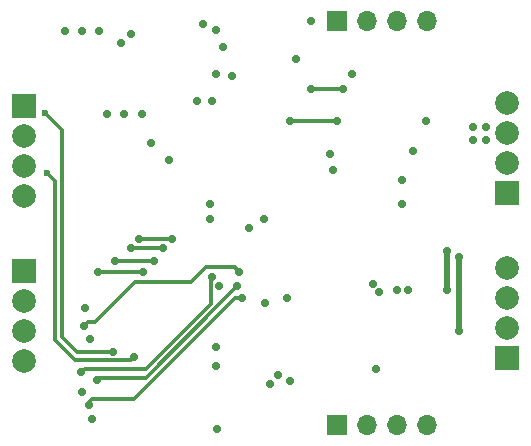
<source format=gbl>
%TF.GenerationSoftware,KiCad,Pcbnew,8.0.3-8.0.3-0~ubuntu22.04.1*%
%TF.CreationDate,2024-06-18T13:07:19+03:00*%
%TF.ProjectId,DoserDriver,446f7365-7244-4726-9976-65722e6b6963,rev?*%
%TF.SameCoordinates,Original*%
%TF.FileFunction,Copper,L4,Bot*%
%TF.FilePolarity,Positive*%
%FSLAX46Y46*%
G04 Gerber Fmt 4.6, Leading zero omitted, Abs format (unit mm)*
G04 Created by KiCad (PCBNEW 8.0.3-8.0.3-0~ubuntu22.04.1) date 2024-06-18 13:07:19*
%MOMM*%
%LPD*%
G01*
G04 APERTURE LIST*
%TA.AperFunction,ComponentPad*%
%ADD10R,2.000000X2.000000*%
%TD*%
%TA.AperFunction,ComponentPad*%
%ADD11C,2.000000*%
%TD*%
%TA.AperFunction,ComponentPad*%
%ADD12R,1.700000X1.700000*%
%TD*%
%TA.AperFunction,ComponentPad*%
%ADD13O,1.700000X1.700000*%
%TD*%
%TA.AperFunction,ViaPad*%
%ADD14C,0.700000*%
%TD*%
%TA.AperFunction,ViaPad*%
%ADD15C,0.600000*%
%TD*%
%TA.AperFunction,Conductor*%
%ADD16C,0.300000*%
%TD*%
%TA.AperFunction,Conductor*%
%ADD17C,0.500000*%
%TD*%
G04 APERTURE END LIST*
D10*
X93850000Y-47810000D03*
D11*
X93850000Y-45270000D03*
X93850000Y-42730000D03*
X93850000Y-40190000D03*
D10*
X93850000Y-61790000D03*
D11*
X93850000Y-59250000D03*
X93850000Y-56710000D03*
X93850000Y-54170000D03*
D10*
X53000000Y-54460000D03*
D11*
X53000000Y-57000000D03*
X53000000Y-59540000D03*
X53000000Y-62080000D03*
D12*
X79450000Y-67500000D03*
D13*
X81990000Y-67500000D03*
X84530000Y-67500000D03*
X87070000Y-67500000D03*
D10*
X53000000Y-40440000D03*
D11*
X53000000Y-42980000D03*
X53000000Y-45520000D03*
X53000000Y-48060000D03*
D12*
X79420000Y-33250000D03*
D13*
X81960000Y-33250000D03*
X84500000Y-33250000D03*
X87040000Y-33250000D03*
D14*
X59950000Y-41100000D03*
X82750000Y-62750000D03*
X61450000Y-41100000D03*
X82500000Y-55500000D03*
X76000000Y-36500000D03*
X74500000Y-63250000D03*
X77250000Y-33250000D03*
X68750000Y-48750000D03*
X92100000Y-42200000D03*
X87000000Y-41750000D03*
X73400000Y-57100000D03*
X69300000Y-67800000D03*
X73750000Y-64000000D03*
X69250000Y-62500000D03*
X69200000Y-60900000D03*
X85500000Y-56000000D03*
X75250000Y-56750000D03*
X91000000Y-43300000D03*
X61200000Y-35100000D03*
X62000000Y-34400000D03*
X69500000Y-55700000D03*
X58579949Y-60150000D03*
X69250000Y-37790000D03*
X62950000Y-41100000D03*
X85000000Y-46750000D03*
X69787500Y-35500000D03*
X58750000Y-67000000D03*
X84500000Y-56000000D03*
X79100000Y-45900000D03*
X91000000Y-42200000D03*
X85900000Y-44300000D03*
X80750000Y-37750000D03*
X75500000Y-63750000D03*
X72000000Y-50750000D03*
X63700000Y-43600000D03*
X83000000Y-56250000D03*
X68900000Y-40000000D03*
X92100000Y-43300000D03*
X58100000Y-57600000D03*
X56468750Y-34100000D03*
X68750000Y-50000000D03*
X69200000Y-34000000D03*
X57868750Y-34100000D03*
X78900000Y-44500000D03*
X73250000Y-50000000D03*
X67600000Y-40000000D03*
X85000000Y-48750000D03*
X59268750Y-34100000D03*
X70600000Y-37900000D03*
X65250000Y-45000000D03*
X68150000Y-33490000D03*
X57910000Y-64660000D03*
X60500000Y-61250000D03*
D15*
X54725000Y-41025000D03*
D14*
X88750000Y-56000000D03*
X88750000Y-52750000D03*
X89750000Y-59500000D03*
X89750000Y-53250000D03*
D15*
X54900000Y-46100000D03*
D14*
X62250000Y-61750000D03*
X80000000Y-39000000D03*
X77250000Y-39000000D03*
X63000000Y-54500000D03*
X59200000Y-54500000D03*
X71200000Y-54500000D03*
X58000000Y-59125000D03*
X70975000Y-55725000D03*
X59131715Y-63631716D03*
X58500000Y-65750000D03*
X71400000Y-56700000D03*
X63950000Y-53600000D03*
X60650000Y-53550000D03*
X64768415Y-52468415D03*
X61983578Y-52483578D03*
X57800000Y-63000000D03*
X68900000Y-54900000D03*
X79500000Y-41750000D03*
X75500000Y-41750000D03*
X62733578Y-51733578D03*
X65500000Y-51750000D03*
D16*
X56200000Y-42500000D02*
X56200000Y-60000000D01*
X56200000Y-60000000D02*
X57450000Y-61250000D01*
X57450000Y-61250000D02*
X60500000Y-61250000D01*
X54725000Y-41025000D02*
X56200000Y-42500000D01*
D17*
X88750000Y-52750000D02*
X88750000Y-56000000D01*
X89750000Y-53250000D02*
X89750000Y-59500000D01*
D16*
X57250000Y-61950000D02*
X62050000Y-61950000D01*
X55600000Y-46800000D02*
X55600000Y-60300000D01*
X54900000Y-46100000D02*
X55600000Y-46800000D01*
X62050000Y-61950000D02*
X62250000Y-61750000D01*
X55600000Y-60300000D02*
X57250000Y-61950000D01*
X80000000Y-39000000D02*
X77250000Y-39000000D01*
X63000000Y-54500000D02*
X59200000Y-54500000D01*
X62350000Y-55400000D02*
X59000000Y-58750000D01*
X67060227Y-55400000D02*
X62350000Y-55400000D01*
X71200000Y-54500000D02*
X70824479Y-54124479D01*
X58375000Y-58750000D02*
X58000000Y-59125000D01*
X59000000Y-58750000D02*
X58375000Y-58750000D01*
X68335748Y-54124479D02*
X67060227Y-55400000D01*
X70824479Y-54124479D02*
X68335748Y-54124479D01*
X59263431Y-63500000D02*
X59131715Y-63631716D01*
X63250000Y-63500000D02*
X59263431Y-63500000D01*
X69500000Y-57200000D02*
X69500000Y-57250000D01*
X69500000Y-57250000D02*
X63250000Y-63500000D01*
X70975000Y-55725000D02*
X69500000Y-57200000D01*
X62250000Y-65250000D02*
X58750000Y-65250000D01*
X58500000Y-65500000D02*
X58500000Y-65750000D01*
X58750000Y-65250000D02*
X58500000Y-65500000D01*
X71400000Y-56700000D02*
X70800000Y-56700000D01*
X70800000Y-56700000D02*
X62250000Y-65250000D01*
X60650000Y-53550000D02*
X60700000Y-53600000D01*
X60700000Y-53600000D02*
X63950000Y-53600000D01*
X64753252Y-52483578D02*
X64768415Y-52468415D01*
X61983578Y-52483578D02*
X64753252Y-52483578D01*
X68900000Y-54900000D02*
X68800000Y-55000000D01*
X68800000Y-57200000D02*
X63300000Y-62700000D01*
X58100000Y-62700000D02*
X57800000Y-63000000D01*
X68800000Y-55000000D02*
X68800000Y-57200000D01*
X63300000Y-62700000D02*
X58100000Y-62700000D01*
X75500000Y-41750000D02*
X79500000Y-41750000D01*
X62750000Y-51750000D02*
X65500000Y-51750000D01*
X62733578Y-51733578D02*
X62750000Y-51750000D01*
M02*

</source>
